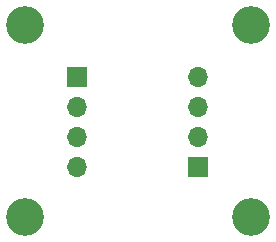
<source format=gbr>
%TF.GenerationSoftware,KiCad,Pcbnew,7.0.6*%
%TF.CreationDate,2024-03-10T14:23:31-07:00*%
%TF.ProjectId,IMU_Breakout,494d555f-4272-4656-916b-6f75742e6b69,rev?*%
%TF.SameCoordinates,Original*%
%TF.FileFunction,Soldermask,Bot*%
%TF.FilePolarity,Negative*%
%FSLAX46Y46*%
G04 Gerber Fmt 4.6, Leading zero omitted, Abs format (unit mm)*
G04 Created by KiCad (PCBNEW 7.0.6) date 2024-03-10 14:23:31*
%MOMM*%
%LPD*%
G01*
G04 APERTURE LIST*
%ADD10R,1.700000X1.700000*%
%ADD11O,1.700000X1.700000*%
%ADD12C,3.200000*%
G04 APERTURE END LIST*
D10*
%TO.C,J2*%
X235400000Y-128175000D03*
D11*
X235400000Y-125635000D03*
X235400000Y-123095000D03*
X235400000Y-120555000D03*
%TD*%
D12*
%TO.C,H2*%
X220775000Y-132475000D03*
%TD*%
%TO.C,H4*%
X239875000Y-116150000D03*
%TD*%
%TO.C,H3*%
X239875000Y-132475000D03*
%TD*%
D10*
%TO.C,J1*%
X225100000Y-120570000D03*
D11*
X225100000Y-123110000D03*
X225100000Y-125650000D03*
X225100000Y-128190000D03*
%TD*%
D12*
%TO.C,H1*%
X220775000Y-116150000D03*
%TD*%
M02*

</source>
